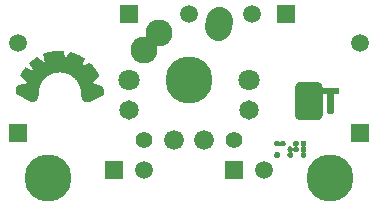
<source format=gts>
G04 (created by PCBNEW (2013-may-18)-stable) date Sun 22 Nov 2015 10:31:23 PM EST*
%MOIN*%
G04 Gerber Fmt 3.4, Leading zero omitted, Abs format*
%FSLAX34Y34*%
G01*
G70*
G90*
G04 APERTURE LIST*
%ADD10C,0.00590551*%
%ADD11C,0.0001*%
%ADD12C,0.157*%
%ADD13C,0.065*%
%ADD14C,0.0590551*%
%ADD15R,0.0590551X0.0590551*%
%ADD16C,0.055*%
%ADD17C,0.066*%
%ADD18C,0.09*%
%ADD19C,0.09*%
%ADD20C,0.070937*%
G04 APERTURE END LIST*
G54D10*
G54D11*
G36*
X101479Y-45806D02*
X101477Y-45826D01*
X101472Y-45844D01*
X101463Y-45861D01*
X101451Y-45876D01*
X101436Y-45888D01*
X101419Y-45897D01*
X101401Y-45902D01*
X101381Y-45904D01*
X101361Y-45902D01*
X101343Y-45897D01*
X101326Y-45888D01*
X101311Y-45876D01*
X101299Y-45861D01*
X101290Y-45844D01*
X101285Y-45826D01*
X101283Y-45806D01*
X101285Y-45786D01*
X101290Y-45768D01*
X101299Y-45751D01*
X101311Y-45736D01*
X101326Y-45724D01*
X101343Y-45715D01*
X101361Y-45710D01*
X101381Y-45708D01*
X101401Y-45710D01*
X101419Y-45715D01*
X101436Y-45724D01*
X101451Y-45736D01*
X101463Y-45751D01*
X101472Y-45768D01*
X101477Y-45786D01*
X101479Y-45806D01*
X101479Y-45806D01*
G37*
G36*
X101479Y-45995D02*
X101477Y-46015D01*
X101472Y-46033D01*
X101463Y-46050D01*
X101451Y-46065D01*
X101436Y-46077D01*
X101419Y-46086D01*
X101401Y-46091D01*
X101381Y-46093D01*
X101361Y-46091D01*
X101343Y-46086D01*
X101326Y-46077D01*
X101311Y-46065D01*
X101299Y-46050D01*
X101290Y-46033D01*
X101285Y-46015D01*
X101283Y-45995D01*
X101285Y-45975D01*
X101290Y-45957D01*
X101299Y-45940D01*
X101311Y-45925D01*
X101326Y-45913D01*
X101343Y-45904D01*
X101361Y-45899D01*
X101381Y-45897D01*
X101401Y-45899D01*
X101419Y-45904D01*
X101436Y-45913D01*
X101451Y-45925D01*
X101463Y-45940D01*
X101472Y-45957D01*
X101477Y-45975D01*
X101479Y-45995D01*
X101479Y-45995D01*
G37*
G36*
X101668Y-45806D02*
X101666Y-45826D01*
X101661Y-45844D01*
X101652Y-45861D01*
X101640Y-45876D01*
X101625Y-45888D01*
X101608Y-45897D01*
X101590Y-45902D01*
X101570Y-45904D01*
X101550Y-45902D01*
X101532Y-45897D01*
X101515Y-45888D01*
X101500Y-45876D01*
X101488Y-45861D01*
X101479Y-45844D01*
X101474Y-45826D01*
X101472Y-45806D01*
X101474Y-45786D01*
X101479Y-45768D01*
X101488Y-45751D01*
X101500Y-45736D01*
X101515Y-45724D01*
X101532Y-45715D01*
X101550Y-45710D01*
X101570Y-45708D01*
X101590Y-45710D01*
X101608Y-45715D01*
X101625Y-45724D01*
X101640Y-45736D01*
X101652Y-45751D01*
X101661Y-45768D01*
X101666Y-45786D01*
X101668Y-45806D01*
X101668Y-45806D01*
G37*
G36*
X101668Y-45617D02*
X101666Y-45637D01*
X101661Y-45655D01*
X101652Y-45672D01*
X101640Y-45687D01*
X101625Y-45699D01*
X101608Y-45708D01*
X101590Y-45713D01*
X101570Y-45715D01*
X101550Y-45713D01*
X101532Y-45708D01*
X101515Y-45699D01*
X101500Y-45687D01*
X101488Y-45672D01*
X101479Y-45655D01*
X101474Y-45637D01*
X101472Y-45617D01*
X101474Y-45597D01*
X101479Y-45579D01*
X101488Y-45562D01*
X101500Y-45547D01*
X101515Y-45535D01*
X101532Y-45526D01*
X101550Y-45521D01*
X101570Y-45519D01*
X101590Y-45521D01*
X101608Y-45526D01*
X101625Y-45535D01*
X101640Y-45547D01*
X101652Y-45562D01*
X101661Y-45579D01*
X101666Y-45597D01*
X101668Y-45617D01*
X101668Y-45617D01*
G37*
G36*
X101920Y-45617D02*
X101918Y-45637D01*
X101913Y-45655D01*
X101904Y-45672D01*
X101892Y-45687D01*
X101877Y-45699D01*
X101860Y-45708D01*
X101842Y-45713D01*
X101822Y-45715D01*
X101802Y-45713D01*
X101784Y-45708D01*
X101767Y-45699D01*
X101752Y-45687D01*
X101740Y-45672D01*
X101731Y-45655D01*
X101726Y-45637D01*
X101724Y-45617D01*
X101726Y-45597D01*
X101731Y-45579D01*
X101740Y-45562D01*
X101752Y-45547D01*
X101767Y-45535D01*
X101784Y-45526D01*
X101802Y-45521D01*
X101822Y-45519D01*
X101842Y-45521D01*
X101860Y-45526D01*
X101877Y-45535D01*
X101892Y-45547D01*
X101904Y-45562D01*
X101913Y-45579D01*
X101918Y-45597D01*
X101920Y-45617D01*
X101920Y-45617D01*
G37*
G36*
X101920Y-45806D02*
X101918Y-45826D01*
X101913Y-45844D01*
X101904Y-45861D01*
X101892Y-45876D01*
X101877Y-45888D01*
X101860Y-45897D01*
X101842Y-45902D01*
X101822Y-45904D01*
X101802Y-45902D01*
X101784Y-45897D01*
X101767Y-45888D01*
X101752Y-45876D01*
X101740Y-45861D01*
X101731Y-45844D01*
X101726Y-45826D01*
X101724Y-45806D01*
X101726Y-45786D01*
X101731Y-45768D01*
X101740Y-45751D01*
X101752Y-45736D01*
X101767Y-45724D01*
X101784Y-45715D01*
X101802Y-45710D01*
X101822Y-45708D01*
X101842Y-45710D01*
X101860Y-45715D01*
X101877Y-45724D01*
X101892Y-45736D01*
X101904Y-45751D01*
X101913Y-45768D01*
X101918Y-45786D01*
X101920Y-45806D01*
X101920Y-45806D01*
G37*
G36*
X101920Y-45995D02*
X101918Y-46015D01*
X101913Y-46033D01*
X101904Y-46050D01*
X101892Y-46065D01*
X101877Y-46077D01*
X101860Y-46086D01*
X101842Y-46091D01*
X101822Y-46093D01*
X101802Y-46091D01*
X101784Y-46086D01*
X101767Y-46077D01*
X101752Y-46065D01*
X101740Y-46050D01*
X101731Y-46033D01*
X101726Y-46015D01*
X101724Y-45995D01*
X101726Y-45975D01*
X101731Y-45957D01*
X101740Y-45940D01*
X101752Y-45925D01*
X101767Y-45913D01*
X101784Y-45904D01*
X101802Y-45899D01*
X101822Y-45897D01*
X101842Y-45899D01*
X101860Y-45904D01*
X101877Y-45913D01*
X101892Y-45925D01*
X101904Y-45940D01*
X101913Y-45957D01*
X101918Y-45975D01*
X101920Y-45995D01*
X101920Y-45995D01*
G37*
G36*
X101038Y-45617D02*
X101036Y-45637D01*
X101031Y-45655D01*
X101022Y-45672D01*
X101010Y-45687D01*
X100995Y-45699D01*
X100978Y-45708D01*
X100960Y-45713D01*
X100940Y-45715D01*
X100920Y-45713D01*
X100902Y-45708D01*
X100885Y-45699D01*
X100870Y-45687D01*
X100858Y-45672D01*
X100849Y-45655D01*
X100844Y-45637D01*
X100842Y-45617D01*
X100844Y-45597D01*
X100849Y-45579D01*
X100858Y-45562D01*
X100870Y-45547D01*
X100885Y-45535D01*
X100902Y-45526D01*
X100920Y-45521D01*
X100940Y-45519D01*
X100960Y-45521D01*
X100978Y-45526D01*
X100995Y-45535D01*
X101010Y-45547D01*
X101022Y-45562D01*
X101031Y-45579D01*
X101036Y-45597D01*
X101038Y-45617D01*
X101038Y-45617D01*
G37*
G36*
X101227Y-45617D02*
X101225Y-45637D01*
X101220Y-45655D01*
X101211Y-45672D01*
X101199Y-45687D01*
X101184Y-45699D01*
X101167Y-45708D01*
X101149Y-45713D01*
X101129Y-45715D01*
X101109Y-45713D01*
X101091Y-45708D01*
X101074Y-45699D01*
X101059Y-45687D01*
X101047Y-45672D01*
X101038Y-45655D01*
X101033Y-45637D01*
X101031Y-45617D01*
X101033Y-45597D01*
X101038Y-45579D01*
X101047Y-45562D01*
X101059Y-45547D01*
X101074Y-45535D01*
X101091Y-45526D01*
X101109Y-45521D01*
X101129Y-45519D01*
X101149Y-45521D01*
X101167Y-45526D01*
X101184Y-45535D01*
X101199Y-45547D01*
X101211Y-45562D01*
X101220Y-45579D01*
X101225Y-45597D01*
X101227Y-45617D01*
X101227Y-45617D01*
G37*
G36*
X101038Y-45995D02*
X101036Y-46015D01*
X101031Y-46033D01*
X101022Y-46050D01*
X101010Y-46065D01*
X100995Y-46077D01*
X100978Y-46086D01*
X100960Y-46091D01*
X100940Y-46093D01*
X100920Y-46091D01*
X100902Y-46086D01*
X100885Y-46077D01*
X100870Y-46065D01*
X100858Y-46050D01*
X100849Y-46033D01*
X100844Y-46015D01*
X100842Y-45995D01*
X100844Y-45975D01*
X100849Y-45957D01*
X100858Y-45940D01*
X100870Y-45925D01*
X100885Y-45913D01*
X100902Y-45904D01*
X100920Y-45899D01*
X100940Y-45897D01*
X100960Y-45899D01*
X100978Y-45904D01*
X100995Y-45913D01*
X101010Y-45925D01*
X101022Y-45940D01*
X101031Y-45957D01*
X101036Y-45975D01*
X101038Y-45995D01*
X101038Y-45995D01*
G37*
G36*
X101721Y-43559D02*
X102278Y-43559D01*
X102297Y-43560D01*
X102317Y-43563D01*
X102335Y-43568D01*
X102352Y-43575D01*
X102369Y-43583D01*
X102385Y-43594D01*
X102399Y-43605D01*
X102412Y-43618D01*
X102424Y-43632D01*
X102434Y-43648D01*
X102442Y-43664D01*
X102449Y-43682D01*
X102454Y-43700D01*
X102457Y-43719D01*
X102458Y-43739D01*
X102458Y-44659D01*
X102457Y-44678D01*
X102454Y-44697D01*
X102449Y-44716D01*
X102442Y-44733D01*
X102434Y-44750D01*
X102424Y-44765D01*
X102412Y-44779D01*
X102399Y-44792D01*
X102385Y-44804D01*
X102369Y-44814D01*
X102352Y-44823D01*
X102335Y-44829D01*
X102317Y-44834D01*
X102297Y-44837D01*
X102278Y-44838D01*
X101721Y-44838D01*
X101702Y-44837D01*
X101682Y-44834D01*
X101664Y-44829D01*
X101647Y-44823D01*
X101630Y-44814D01*
X101614Y-44804D01*
X101600Y-44792D01*
X101587Y-44779D01*
X101575Y-44765D01*
X101565Y-44750D01*
X101557Y-44733D01*
X101550Y-44716D01*
X101545Y-44697D01*
X101542Y-44678D01*
X101541Y-44659D01*
X101541Y-43739D01*
X101542Y-43719D01*
X101545Y-43700D01*
X101550Y-43682D01*
X101557Y-43664D01*
X101565Y-43648D01*
X101575Y-43632D01*
X101587Y-43618D01*
X101600Y-43605D01*
X101614Y-43594D01*
X101630Y-43583D01*
X101647Y-43575D01*
X101664Y-43568D01*
X101682Y-43563D01*
X101702Y-43560D01*
X101721Y-43559D01*
X101721Y-43559D01*
G37*
G36*
X102476Y-43756D02*
X102459Y-43759D01*
X102445Y-43767D01*
X102432Y-43780D01*
X102423Y-43797D01*
X102416Y-43816D01*
X102414Y-43838D01*
X102414Y-43882D01*
X102416Y-43904D01*
X102423Y-43924D01*
X102432Y-43940D01*
X102445Y-43953D01*
X102459Y-43961D01*
X102476Y-43964D01*
X102617Y-43964D01*
X102617Y-44561D01*
X102619Y-44579D01*
X102625Y-44595D01*
X102634Y-44610D01*
X102646Y-44622D01*
X102661Y-44631D01*
X102677Y-44637D01*
X102695Y-44639D01*
X102751Y-44639D01*
X102768Y-44637D01*
X102785Y-44631D01*
X102799Y-44622D01*
X102811Y-44610D01*
X102820Y-44595D01*
X102826Y-44579D01*
X102828Y-44561D01*
X102828Y-43964D01*
X102960Y-43964D01*
X102976Y-43961D01*
X102991Y-43953D01*
X103003Y-43940D01*
X103013Y-43924D01*
X103019Y-43904D01*
X103021Y-43882D01*
X103021Y-43838D01*
X103019Y-43816D01*
X103013Y-43797D01*
X103003Y-43780D01*
X102991Y-43767D01*
X102976Y-43759D01*
X102960Y-43756D01*
X102476Y-43756D01*
X102476Y-43756D01*
G37*
G36*
X93700Y-42520D02*
X93677Y-42521D01*
X93654Y-42521D01*
X93632Y-42522D01*
X93609Y-42523D01*
X93587Y-42525D01*
X93565Y-42527D01*
X93543Y-42529D01*
X93521Y-42531D01*
X93499Y-42534D01*
X93478Y-42537D01*
X93456Y-42541D01*
X93435Y-42545D01*
X93413Y-42549D01*
X93392Y-42554D01*
X93371Y-42558D01*
X93350Y-42563D01*
X93329Y-42569D01*
X93308Y-42574D01*
X93287Y-42580D01*
X93267Y-42587D01*
X93246Y-42593D01*
X93226Y-42600D01*
X93206Y-42607D01*
X93186Y-42615D01*
X93166Y-42622D01*
X93146Y-42630D01*
X93127Y-42638D01*
X93206Y-42947D01*
X92936Y-42736D01*
X92917Y-42747D01*
X92899Y-42759D01*
X92881Y-42771D01*
X92863Y-42783D01*
X92845Y-42795D01*
X92828Y-42808D01*
X92810Y-42821D01*
X92793Y-42834D01*
X92776Y-42848D01*
X92759Y-42861D01*
X92743Y-42875D01*
X92726Y-42889D01*
X92710Y-42904D01*
X92694Y-42919D01*
X92679Y-42934D01*
X92713Y-42986D01*
X92838Y-43184D01*
X92616Y-43100D01*
X92550Y-43076D01*
X92537Y-43093D01*
X92524Y-43110D01*
X92512Y-43127D01*
X92499Y-43144D01*
X92487Y-43162D01*
X92475Y-43179D01*
X92464Y-43197D01*
X92452Y-43215D01*
X92441Y-43234D01*
X92430Y-43252D01*
X92420Y-43271D01*
X92410Y-43289D01*
X92399Y-43308D01*
X92390Y-43327D01*
X92380Y-43347D01*
X92397Y-43361D01*
X92634Y-43583D01*
X92321Y-43673D01*
X92259Y-43690D01*
X92255Y-43710D01*
X92251Y-43729D01*
X92248Y-43749D01*
X92245Y-43768D01*
X92242Y-43788D01*
X92240Y-43808D01*
X92238Y-43828D01*
X92236Y-43848D01*
X92234Y-43868D01*
X92230Y-43889D01*
X92227Y-43910D01*
X92225Y-43932D01*
X92224Y-43954D01*
X92225Y-43967D01*
X92227Y-43979D01*
X92724Y-44229D01*
X92873Y-44229D01*
X92887Y-44215D01*
X92901Y-44200D01*
X92913Y-44184D01*
X92925Y-44168D01*
X92936Y-44151D01*
X92946Y-44134D01*
X92955Y-44116D01*
X92963Y-44098D01*
X92971Y-44078D01*
X92977Y-44059D01*
X92982Y-44039D01*
X92986Y-44018D01*
X92989Y-43997D01*
X92991Y-43976D01*
X92991Y-43954D01*
X92991Y-43940D01*
X92992Y-43920D01*
X92993Y-43899D01*
X92995Y-43878D01*
X92998Y-43858D01*
X93001Y-43838D01*
X93004Y-43817D01*
X93008Y-43798D01*
X93013Y-43778D01*
X93018Y-43759D01*
X93024Y-43739D01*
X93031Y-43720D01*
X93037Y-43702D01*
X93045Y-43683D01*
X93053Y-43665D01*
X93061Y-43647D01*
X93070Y-43629D01*
X93079Y-43612D01*
X93089Y-43595D01*
X93099Y-43578D01*
X93110Y-43562D01*
X93121Y-43546D01*
X93132Y-43530D01*
X93144Y-43514D01*
X93157Y-43499D01*
X93169Y-43484D01*
X93183Y-43470D01*
X93196Y-43456D01*
X93210Y-43442D01*
X93224Y-43429D01*
X93239Y-43416D01*
X93254Y-43403D01*
X93270Y-43391D01*
X93285Y-43380D01*
X93301Y-43368D01*
X93318Y-43358D01*
X93334Y-43347D01*
X93351Y-43337D01*
X93369Y-43328D01*
X93386Y-43319D01*
X93404Y-43310D01*
X93422Y-43302D01*
X93441Y-43295D01*
X93459Y-43288D01*
X93478Y-43281D01*
X93497Y-43275D01*
X93517Y-43270D01*
X93536Y-43265D01*
X93556Y-43261D01*
X93576Y-43257D01*
X93596Y-43254D01*
X93616Y-43251D01*
X93637Y-43249D01*
X93658Y-43247D01*
X93678Y-43246D01*
X93700Y-43246D01*
X93721Y-43246D01*
X93741Y-43247D01*
X93762Y-43249D01*
X93783Y-43251D01*
X93803Y-43254D01*
X93823Y-43257D01*
X93843Y-43261D01*
X93863Y-43265D01*
X93883Y-43270D01*
X93902Y-43275D01*
X93921Y-43281D01*
X93940Y-43288D01*
X93958Y-43295D01*
X93977Y-43302D01*
X93995Y-43310D01*
X94013Y-43319D01*
X94030Y-43328D01*
X94048Y-43337D01*
X94065Y-43347D01*
X94081Y-43358D01*
X94098Y-43368D01*
X94114Y-43380D01*
X94129Y-43391D01*
X94145Y-43403D01*
X94160Y-43416D01*
X94175Y-43429D01*
X94189Y-43442D01*
X94203Y-43456D01*
X94216Y-43470D01*
X94230Y-43484D01*
X94242Y-43499D01*
X94255Y-43514D01*
X94267Y-43530D01*
X94278Y-43546D01*
X94289Y-43562D01*
X94300Y-43578D01*
X94310Y-43595D01*
X94320Y-43612D01*
X94329Y-43629D01*
X94338Y-43647D01*
X94346Y-43665D01*
X94354Y-43683D01*
X94362Y-43702D01*
X94368Y-43720D01*
X94375Y-43739D01*
X94381Y-43759D01*
X94386Y-43778D01*
X94391Y-43798D01*
X94395Y-43817D01*
X94398Y-43838D01*
X94401Y-43858D01*
X94404Y-43878D01*
X94406Y-43899D01*
X94407Y-43920D01*
X94408Y-43940D01*
X94408Y-43954D01*
X94408Y-43976D01*
X94410Y-43997D01*
X94413Y-44018D01*
X94417Y-44038D01*
X94422Y-44058D01*
X94428Y-44078D01*
X94436Y-44097D01*
X94444Y-44116D01*
X94453Y-44134D01*
X94463Y-44151D01*
X94474Y-44168D01*
X94486Y-44184D01*
X94498Y-44200D01*
X94512Y-44215D01*
X94526Y-44229D01*
X94700Y-44229D01*
X95172Y-43993D01*
X95174Y-43974D01*
X95175Y-43954D01*
X95175Y-43936D01*
X95174Y-43917D01*
X95172Y-43899D01*
X95169Y-43882D01*
X95165Y-43864D01*
X95163Y-43844D01*
X95160Y-43824D01*
X95158Y-43804D01*
X95154Y-43784D01*
X95151Y-43765D01*
X95148Y-43745D01*
X95144Y-43725D01*
X95092Y-43708D01*
X94779Y-43597D01*
X95026Y-43375D01*
X95029Y-43371D01*
X95020Y-43351D01*
X95010Y-43332D01*
X95000Y-43313D01*
X94990Y-43294D01*
X94980Y-43275D01*
X94969Y-43256D01*
X94958Y-43237D01*
X94946Y-43219D01*
X94935Y-43201D01*
X94923Y-43183D01*
X94911Y-43165D01*
X94899Y-43147D01*
X94886Y-43130D01*
X94873Y-43112D01*
X94860Y-43095D01*
X94847Y-43078D01*
X94834Y-43061D01*
X94820Y-43045D01*
X94806Y-43029D01*
X94792Y-43012D01*
X94777Y-42997D01*
X94763Y-42981D01*
X94748Y-42965D01*
X94732Y-42950D01*
X94717Y-42935D01*
X94701Y-42920D01*
X94686Y-42906D01*
X94661Y-42916D01*
X94449Y-43020D01*
X94554Y-42809D01*
X94557Y-42802D01*
X94540Y-42789D01*
X94522Y-42777D01*
X94504Y-42765D01*
X94486Y-42753D01*
X94468Y-42742D01*
X94449Y-42730D01*
X94431Y-42719D01*
X94412Y-42709D01*
X94393Y-42698D01*
X94374Y-42688D01*
X94355Y-42678D01*
X94335Y-42668D01*
X94316Y-42659D01*
X94296Y-42650D01*
X94276Y-42641D01*
X94256Y-42632D01*
X94236Y-42624D01*
X94216Y-42616D01*
X94195Y-42608D01*
X94174Y-42601D01*
X94154Y-42594D01*
X94133Y-42587D01*
X94112Y-42581D01*
X94090Y-42575D01*
X94069Y-42569D01*
X94048Y-42564D01*
X94026Y-42559D01*
X93884Y-42812D01*
X93842Y-42527D01*
X93822Y-42525D01*
X93802Y-42524D01*
X93781Y-42523D01*
X93761Y-42522D01*
X93741Y-42521D01*
X93720Y-42520D01*
X93699Y-42520D01*
X93700Y-42520D01*
X93700Y-42520D01*
G37*
G54D12*
X102700Y-46750D03*
G54D13*
X96000Y-44500D03*
X100000Y-44500D03*
G54D14*
X98000Y-41300D03*
G54D15*
X96000Y-41300D03*
X92300Y-45250D03*
G54D14*
X92300Y-42250D03*
G54D15*
X95500Y-46500D03*
G54D14*
X100100Y-41300D03*
X103700Y-42250D03*
G54D15*
X103700Y-45250D03*
G54D16*
X99500Y-45500D03*
X96500Y-45500D03*
G54D14*
X96500Y-46500D03*
G54D15*
X99500Y-46500D03*
G54D17*
X97500Y-45500D03*
X98500Y-45500D03*
G54D14*
X100500Y-46500D03*
G54D12*
X93300Y-46750D03*
G54D15*
X101250Y-41300D03*
G54D18*
X99000Y-41500D02*
X98984Y-41728D01*
G54D19*
X97015Y-41925D03*
X96500Y-42500D03*
G54D12*
X98000Y-43500D03*
G54D20*
X96000Y-43500D03*
X100000Y-43500D03*
M02*

</source>
